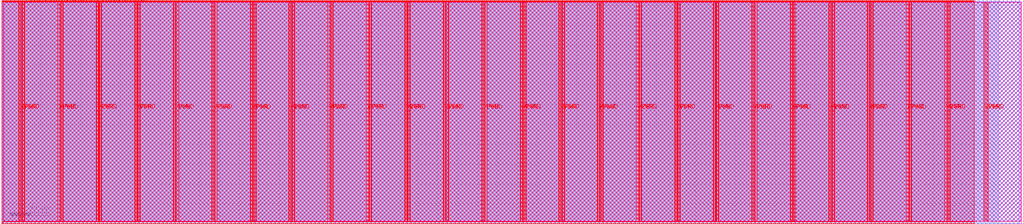
<source format=lef>
VERSION 5.7 ;
  NOWIREEXTENSIONATPIN ON ;
  DIVIDERCHAR "/" ;
  BUSBITCHARS "[]" ;
MACRO tt_um_kianv_rv32_regfile
  CLASS BLOCK ;
  FOREIGN tt_um_kianv_rv32_regfile ;
  ORIGIN 0.000 0.000 ;
  SIZE 1030.400 BY 225.760 ;
  PIN VGND
    DIRECTION INOUT ;
    USE GROUND ;
    PORT
      LAYER met4 ;
        RECT 21.580 2.480 23.180 223.280 ;
    END
    PORT
      LAYER met4 ;
        RECT 60.450 2.480 62.050 223.280 ;
    END
    PORT
      LAYER met4 ;
        RECT 99.320 2.480 100.920 223.280 ;
    END
    PORT
      LAYER met4 ;
        RECT 138.190 2.480 139.790 223.280 ;
    END
    PORT
      LAYER met4 ;
        RECT 177.060 2.480 178.660 223.280 ;
    END
    PORT
      LAYER met4 ;
        RECT 215.930 2.480 217.530 223.280 ;
    END
    PORT
      LAYER met4 ;
        RECT 254.800 2.480 256.400 223.280 ;
    END
    PORT
      LAYER met4 ;
        RECT 293.670 2.480 295.270 223.280 ;
    END
    PORT
      LAYER met4 ;
        RECT 332.540 2.480 334.140 223.280 ;
    END
    PORT
      LAYER met4 ;
        RECT 371.410 2.480 373.010 223.280 ;
    END
    PORT
      LAYER met4 ;
        RECT 410.280 2.480 411.880 223.280 ;
    END
    PORT
      LAYER met4 ;
        RECT 449.150 2.480 450.750 223.280 ;
    END
    PORT
      LAYER met4 ;
        RECT 488.020 2.480 489.620 223.280 ;
    END
    PORT
      LAYER met4 ;
        RECT 526.890 2.480 528.490 223.280 ;
    END
    PORT
      LAYER met4 ;
        RECT 565.760 2.480 567.360 223.280 ;
    END
    PORT
      LAYER met4 ;
        RECT 604.630 2.480 606.230 223.280 ;
    END
    PORT
      LAYER met4 ;
        RECT 643.500 2.480 645.100 223.280 ;
    END
    PORT
      LAYER met4 ;
        RECT 682.370 2.480 683.970 223.280 ;
    END
    PORT
      LAYER met4 ;
        RECT 721.240 2.480 722.840 223.280 ;
    END
    PORT
      LAYER met4 ;
        RECT 760.110 2.480 761.710 223.280 ;
    END
    PORT
      LAYER met4 ;
        RECT 798.980 2.480 800.580 223.280 ;
    END
    PORT
      LAYER met4 ;
        RECT 837.850 2.480 839.450 223.280 ;
    END
    PORT
      LAYER met4 ;
        RECT 876.720 2.480 878.320 223.280 ;
    END
    PORT
      LAYER met4 ;
        RECT 915.590 2.480 917.190 223.280 ;
    END
    PORT
      LAYER met4 ;
        RECT 954.460 2.480 956.060 223.280 ;
    END
    PORT
      LAYER met4 ;
        RECT 993.330 2.480 994.930 223.280 ;
    END
  END VGND
  PIN VPWR
    DIRECTION INOUT ;
    USE POWER ;
    PORT
      LAYER met4 ;
        RECT 18.280 2.480 19.880 223.280 ;
    END
    PORT
      LAYER met4 ;
        RECT 57.150 2.480 58.750 223.280 ;
    END
    PORT
      LAYER met4 ;
        RECT 96.020 2.480 97.620 223.280 ;
    END
    PORT
      LAYER met4 ;
        RECT 134.890 2.480 136.490 223.280 ;
    END
    PORT
      LAYER met4 ;
        RECT 173.760 2.480 175.360 223.280 ;
    END
    PORT
      LAYER met4 ;
        RECT 212.630 2.480 214.230 223.280 ;
    END
    PORT
      LAYER met4 ;
        RECT 251.500 2.480 253.100 223.280 ;
    END
    PORT
      LAYER met4 ;
        RECT 290.370 2.480 291.970 223.280 ;
    END
    PORT
      LAYER met4 ;
        RECT 329.240 2.480 330.840 223.280 ;
    END
    PORT
      LAYER met4 ;
        RECT 368.110 2.480 369.710 223.280 ;
    END
    PORT
      LAYER met4 ;
        RECT 406.980 2.480 408.580 223.280 ;
    END
    PORT
      LAYER met4 ;
        RECT 445.850 2.480 447.450 223.280 ;
    END
    PORT
      LAYER met4 ;
        RECT 484.720 2.480 486.320 223.280 ;
    END
    PORT
      LAYER met4 ;
        RECT 523.590 2.480 525.190 223.280 ;
    END
    PORT
      LAYER met4 ;
        RECT 562.460 2.480 564.060 223.280 ;
    END
    PORT
      LAYER met4 ;
        RECT 601.330 2.480 602.930 223.280 ;
    END
    PORT
      LAYER met4 ;
        RECT 640.200 2.480 641.800 223.280 ;
    END
    PORT
      LAYER met4 ;
        RECT 679.070 2.480 680.670 223.280 ;
    END
    PORT
      LAYER met4 ;
        RECT 717.940 2.480 719.540 223.280 ;
    END
    PORT
      LAYER met4 ;
        RECT 756.810 2.480 758.410 223.280 ;
    END
    PORT
      LAYER met4 ;
        RECT 795.680 2.480 797.280 223.280 ;
    END
    PORT
      LAYER met4 ;
        RECT 834.550 2.480 836.150 223.280 ;
    END
    PORT
      LAYER met4 ;
        RECT 873.420 2.480 875.020 223.280 ;
    END
    PORT
      LAYER met4 ;
        RECT 912.290 2.480 913.890 223.280 ;
    END
    PORT
      LAYER met4 ;
        RECT 951.160 2.480 952.760 223.280 ;
    END
    PORT
      LAYER met4 ;
        RECT 990.030 2.480 991.630 223.280 ;
    END
  END VPWR
  PIN clk
    DIRECTION INPUT ;
    USE SIGNAL ;
    ANTENNAGATEAREA 1.286700 ;
    ANTENNADIFFAREA 0.434700 ;
    PORT
      LAYER met4 ;
        RECT 143.830 224.760 144.130 225.760 ;
    END
  END clk
  PIN ena
    DIRECTION INPUT ;
    USE SIGNAL ;
    PORT
      LAYER met4 ;
        RECT 146.590 224.760 146.890 225.760 ;
    END
  END ena
  PIN rst_n
    DIRECTION INPUT ;
    USE SIGNAL ;
    ANTENNAGATEAREA 0.159000 ;
    PORT
      LAYER met4 ;
        RECT 141.070 224.760 141.370 225.760 ;
    END
  END rst_n
  PIN ui_in[0]
    DIRECTION INPUT ;
    USE SIGNAL ;
    ANTENNAGATEAREA 0.213000 ;
    PORT
      LAYER met4 ;
        RECT 138.310 224.760 138.610 225.760 ;
    END
  END ui_in[0]
  PIN ui_in[1]
    DIRECTION INPUT ;
    USE SIGNAL ;
    ANTENNAGATEAREA 0.213000 ;
    PORT
      LAYER met4 ;
        RECT 135.550 224.760 135.850 225.760 ;
    END
  END ui_in[1]
  PIN ui_in[2]
    DIRECTION INPUT ;
    USE SIGNAL ;
    ANTENNAGATEAREA 0.213000 ;
    PORT
      LAYER met4 ;
        RECT 132.790 224.760 133.090 225.760 ;
    END
  END ui_in[2]
  PIN ui_in[3]
    DIRECTION INPUT ;
    USE SIGNAL ;
    ANTENNAGATEAREA 0.426000 ;
    PORT
      LAYER met4 ;
        RECT 130.030 224.760 130.330 225.760 ;
    END
  END ui_in[3]
  PIN ui_in[4]
    DIRECTION INPUT ;
    USE SIGNAL ;
    ANTENNAGATEAREA 0.213000 ;
    PORT
      LAYER met4 ;
        RECT 127.270 224.760 127.570 225.760 ;
    END
  END ui_in[4]
  PIN ui_in[5]
    DIRECTION INPUT ;
    USE SIGNAL ;
    ANTENNAGATEAREA 0.213000 ;
    PORT
      LAYER met4 ;
        RECT 124.510 224.760 124.810 225.760 ;
    END
  END ui_in[5]
  PIN ui_in[6]
    DIRECTION INPUT ;
    USE SIGNAL ;
    ANTENNAGATEAREA 0.213000 ;
    PORT
      LAYER met4 ;
        RECT 121.750 224.760 122.050 225.760 ;
    END
  END ui_in[6]
  PIN ui_in[7]
    DIRECTION INPUT ;
    USE SIGNAL ;
    ANTENNAGATEAREA 0.213000 ;
    PORT
      LAYER met4 ;
        RECT 118.990 224.760 119.290 225.760 ;
    END
  END ui_in[7]
  PIN uio_in[0]
    DIRECTION INPUT ;
    USE SIGNAL ;
    PORT
      LAYER met4 ;
        RECT 116.230 224.760 116.530 225.760 ;
    END
  END uio_in[0]
  PIN uio_in[1]
    DIRECTION INPUT ;
    USE SIGNAL ;
    ANTENNAGATEAREA 0.159000 ;
    PORT
      LAYER met4 ;
        RECT 113.470 224.760 113.770 225.760 ;
    END
  END uio_in[1]
  PIN uio_in[2]
    DIRECTION INPUT ;
    USE SIGNAL ;
    ANTENNAGATEAREA 0.159000 ;
    PORT
      LAYER met4 ;
        RECT 110.710 224.760 111.010 225.760 ;
    END
  END uio_in[2]
  PIN uio_in[3]
    DIRECTION INPUT ;
    USE SIGNAL ;
    PORT
      LAYER met4 ;
        RECT 107.950 224.760 108.250 225.760 ;
    END
  END uio_in[3]
  PIN uio_in[4]
    DIRECTION INPUT ;
    USE SIGNAL ;
    ANTENNAGATEAREA 0.159000 ;
    PORT
      LAYER met4 ;
        RECT 105.190 224.760 105.490 225.760 ;
    END
  END uio_in[4]
  PIN uio_in[5]
    DIRECTION INPUT ;
    USE SIGNAL ;
    ANTENNAGATEAREA 0.159000 ;
    PORT
      LAYER met4 ;
        RECT 102.430 224.760 102.730 225.760 ;
    END
  END uio_in[5]
  PIN uio_in[6]
    DIRECTION INPUT ;
    USE SIGNAL ;
    PORT
      LAYER met4 ;
        RECT 99.670 224.760 99.970 225.760 ;
    END
  END uio_in[6]
  PIN uio_in[7]
    DIRECTION INPUT ;
    USE SIGNAL ;
    PORT
      LAYER met4 ;
        RECT 96.910 224.760 97.210 225.760 ;
    END
  END uio_in[7]
  PIN uio_oe[0]
    DIRECTION OUTPUT ;
    USE SIGNAL ;
    PORT
      LAYER met4 ;
        RECT 49.990 224.760 50.290 225.760 ;
    END
  END uio_oe[0]
  PIN uio_oe[1]
    DIRECTION OUTPUT ;
    USE SIGNAL ;
    ANTENNAGATEAREA 0.247500 ;
    ANTENNADIFFAREA 0.445500 ;
    PORT
      LAYER met4 ;
        RECT 47.230 224.760 47.530 225.760 ;
    END
  END uio_oe[1]
  PIN uio_oe[2]
    DIRECTION OUTPUT ;
    USE SIGNAL ;
    ANTENNADIFFAREA 0.445500 ;
    PORT
      LAYER met4 ;
        RECT 44.470 224.760 44.770 225.760 ;
    END
  END uio_oe[2]
  PIN uio_oe[3]
    DIRECTION OUTPUT ;
    USE SIGNAL ;
    PORT
      LAYER met4 ;
        RECT 41.710 224.760 42.010 225.760 ;
    END
  END uio_oe[3]
  PIN uio_oe[4]
    DIRECTION OUTPUT ;
    USE SIGNAL ;
    ANTENNADIFFAREA 0.445500 ;
    PORT
      LAYER met4 ;
        RECT 38.950 224.760 39.250 225.760 ;
    END
  END uio_oe[4]
  PIN uio_oe[5]
    DIRECTION OUTPUT ;
    USE SIGNAL ;
    ANTENNAGATEAREA 0.565500 ;
    ANTENNADIFFAREA 0.891000 ;
    PORT
      LAYER met4 ;
        RECT 36.190 224.760 36.490 225.760 ;
    END
  END uio_oe[5]
  PIN uio_oe[6]
    DIRECTION OUTPUT ;
    USE SIGNAL ;
    PORT
      LAYER met4 ;
        RECT 33.430 224.760 33.730 225.760 ;
    END
  END uio_oe[6]
  PIN uio_oe[7]
    DIRECTION OUTPUT ;
    USE SIGNAL ;
    PORT
      LAYER met4 ;
        RECT 30.670 224.760 30.970 225.760 ;
    END
  END uio_oe[7]
  PIN uio_out[0]
    DIRECTION OUTPUT ;
    USE SIGNAL ;
    ANTENNAGATEAREA 0.495000 ;
    ANTENNADIFFAREA 0.891000 ;
    PORT
      LAYER met4 ;
        RECT 72.070 224.760 72.370 225.760 ;
    END
  END uio_out[0]
  PIN uio_out[1]
    DIRECTION OUTPUT ;
    USE SIGNAL ;
    ANTENNADIFFAREA 0.445500 ;
    PORT
      LAYER met4 ;
        RECT 69.310 224.760 69.610 225.760 ;
    END
  END uio_out[1]
  PIN uio_out[2]
    DIRECTION OUTPUT ;
    USE SIGNAL ;
    ANTENNADIFFAREA 0.445500 ;
    PORT
      LAYER met4 ;
        RECT 66.550 224.760 66.850 225.760 ;
    END
  END uio_out[2]
  PIN uio_out[3]
    DIRECTION OUTPUT ;
    USE SIGNAL ;
    ANTENNADIFFAREA 0.445500 ;
    PORT
      LAYER met4 ;
        RECT 63.790 224.760 64.090 225.760 ;
    END
  END uio_out[3]
  PIN uio_out[4]
    DIRECTION OUTPUT ;
    USE SIGNAL ;
    ANTENNADIFFAREA 0.445500 ;
    PORT
      LAYER met4 ;
        RECT 61.030 224.760 61.330 225.760 ;
    END
  END uio_out[4]
  PIN uio_out[5]
    DIRECTION OUTPUT ;
    USE SIGNAL ;
    ANTENNADIFFAREA 0.445500 ;
    PORT
      LAYER met4 ;
        RECT 58.270 224.760 58.570 225.760 ;
    END
  END uio_out[5]
  PIN uio_out[6]
    DIRECTION OUTPUT ;
    USE SIGNAL ;
    ANTENNAGATEAREA 0.247500 ;
    ANTENNADIFFAREA 0.445500 ;
    PORT
      LAYER met4 ;
        RECT 55.510 224.760 55.810 225.760 ;
    END
  END uio_out[6]
  PIN uio_out[7]
    DIRECTION OUTPUT ;
    USE SIGNAL ;
    ANTENNAGATEAREA 0.247500 ;
    ANTENNADIFFAREA 0.445500 ;
    PORT
      LAYER met4 ;
        RECT 52.750 224.760 53.050 225.760 ;
    END
  END uio_out[7]
  PIN uo_out[0]
    DIRECTION OUTPUT ;
    USE SIGNAL ;
    ANTENNADIFFAREA 1.782000 ;
    PORT
      LAYER met4 ;
        RECT 94.150 224.760 94.450 225.760 ;
    END
  END uo_out[0]
  PIN uo_out[1]
    DIRECTION OUTPUT ;
    USE SIGNAL ;
    ANTENNADIFFAREA 1.782000 ;
    PORT
      LAYER met4 ;
        RECT 91.390 224.760 91.690 225.760 ;
    END
  END uo_out[1]
  PIN uo_out[2]
    DIRECTION OUTPUT ;
    USE SIGNAL ;
    ANTENNADIFFAREA 1.782000 ;
    PORT
      LAYER met4 ;
        RECT 88.630 224.760 88.930 225.760 ;
    END
  END uo_out[2]
  PIN uo_out[3]
    DIRECTION OUTPUT ;
    USE SIGNAL ;
    ANTENNADIFFAREA 1.782000 ;
    PORT
      LAYER met4 ;
        RECT 85.870 224.760 86.170 225.760 ;
    END
  END uo_out[3]
  PIN uo_out[4]
    DIRECTION OUTPUT ;
    USE SIGNAL ;
    ANTENNADIFFAREA 1.782000 ;
    PORT
      LAYER met4 ;
        RECT 83.110 224.760 83.410 225.760 ;
    END
  END uo_out[4]
  PIN uo_out[5]
    DIRECTION OUTPUT ;
    USE SIGNAL ;
    ANTENNADIFFAREA 1.782000 ;
    PORT
      LAYER met4 ;
        RECT 80.350 224.760 80.650 225.760 ;
    END
  END uo_out[5]
  PIN uo_out[6]
    DIRECTION OUTPUT ;
    USE SIGNAL ;
    ANTENNADIFFAREA 1.782000 ;
    PORT
      LAYER met4 ;
        RECT 77.590 224.760 77.890 225.760 ;
    END
  END uo_out[6]
  PIN uo_out[7]
    DIRECTION OUTPUT ;
    USE SIGNAL ;
    ANTENNADIFFAREA 1.782000 ;
    PORT
      LAYER met4 ;
        RECT 74.830 224.760 75.130 225.760 ;
    END
  END uo_out[7]
  OBS
      LAYER nwell ;
        RECT 2.570 2.635 1027.830 223.230 ;
      LAYER li1 ;
        RECT 2.760 2.635 1027.640 223.125 ;
      LAYER met1 ;
        RECT 2.760 0.040 1027.940 223.680 ;
      LAYER met2 ;
        RECT 1.930 0.010 1026.160 225.605 ;
      LAYER met3 ;
        RECT 1.680 0.175 1005.495 225.585 ;
      LAYER met4 ;
        RECT 1.230 224.360 30.270 224.905 ;
        RECT 31.370 224.360 33.030 224.905 ;
        RECT 34.130 224.360 35.790 224.905 ;
        RECT 36.890 224.360 38.550 224.905 ;
        RECT 39.650 224.360 41.310 224.905 ;
        RECT 42.410 224.360 44.070 224.905 ;
        RECT 45.170 224.360 46.830 224.905 ;
        RECT 47.930 224.360 49.590 224.905 ;
        RECT 50.690 224.360 52.350 224.905 ;
        RECT 53.450 224.360 55.110 224.905 ;
        RECT 56.210 224.360 57.870 224.905 ;
        RECT 58.970 224.360 60.630 224.905 ;
        RECT 61.730 224.360 63.390 224.905 ;
        RECT 64.490 224.360 66.150 224.905 ;
        RECT 67.250 224.360 68.910 224.905 ;
        RECT 70.010 224.360 71.670 224.905 ;
        RECT 72.770 224.360 74.430 224.905 ;
        RECT 75.530 224.360 77.190 224.905 ;
        RECT 78.290 224.360 79.950 224.905 ;
        RECT 81.050 224.360 82.710 224.905 ;
        RECT 83.810 224.360 85.470 224.905 ;
        RECT 86.570 224.360 88.230 224.905 ;
        RECT 89.330 224.360 90.990 224.905 ;
        RECT 92.090 224.360 93.750 224.905 ;
        RECT 94.850 224.360 96.510 224.905 ;
        RECT 97.610 224.360 99.270 224.905 ;
        RECT 100.370 224.360 102.030 224.905 ;
        RECT 103.130 224.360 104.790 224.905 ;
        RECT 105.890 224.360 107.550 224.905 ;
        RECT 108.650 224.360 110.310 224.905 ;
        RECT 111.410 224.360 113.070 224.905 ;
        RECT 114.170 224.360 115.830 224.905 ;
        RECT 116.930 224.360 118.590 224.905 ;
        RECT 119.690 224.360 121.350 224.905 ;
        RECT 122.450 224.360 124.110 224.905 ;
        RECT 125.210 224.360 126.870 224.905 ;
        RECT 127.970 224.360 129.630 224.905 ;
        RECT 130.730 224.360 132.390 224.905 ;
        RECT 133.490 224.360 135.150 224.905 ;
        RECT 136.250 224.360 137.910 224.905 ;
        RECT 139.010 224.360 140.670 224.905 ;
        RECT 141.770 224.360 143.430 224.905 ;
        RECT 144.530 224.360 146.190 224.905 ;
        RECT 147.290 224.360 980.425 224.905 ;
        RECT 1.230 223.680 980.425 224.360 ;
        RECT 1.230 2.080 17.880 223.680 ;
        RECT 20.280 2.080 21.180 223.680 ;
        RECT 23.580 2.080 56.750 223.680 ;
        RECT 59.150 2.080 60.050 223.680 ;
        RECT 62.450 2.080 95.620 223.680 ;
        RECT 98.020 2.080 98.920 223.680 ;
        RECT 101.320 2.080 134.490 223.680 ;
        RECT 136.890 2.080 137.790 223.680 ;
        RECT 140.190 2.080 173.360 223.680 ;
        RECT 175.760 2.080 176.660 223.680 ;
        RECT 179.060 2.080 212.230 223.680 ;
        RECT 214.630 2.080 215.530 223.680 ;
        RECT 217.930 2.080 251.100 223.680 ;
        RECT 253.500 2.080 254.400 223.680 ;
        RECT 256.800 2.080 289.970 223.680 ;
        RECT 292.370 2.080 293.270 223.680 ;
        RECT 295.670 2.080 328.840 223.680 ;
        RECT 331.240 2.080 332.140 223.680 ;
        RECT 334.540 2.080 367.710 223.680 ;
        RECT 370.110 2.080 371.010 223.680 ;
        RECT 373.410 2.080 406.580 223.680 ;
        RECT 408.980 2.080 409.880 223.680 ;
        RECT 412.280 2.080 445.450 223.680 ;
        RECT 447.850 2.080 448.750 223.680 ;
        RECT 451.150 2.080 484.320 223.680 ;
        RECT 486.720 2.080 487.620 223.680 ;
        RECT 490.020 2.080 523.190 223.680 ;
        RECT 525.590 2.080 526.490 223.680 ;
        RECT 528.890 2.080 562.060 223.680 ;
        RECT 564.460 2.080 565.360 223.680 ;
        RECT 567.760 2.080 600.930 223.680 ;
        RECT 603.330 2.080 604.230 223.680 ;
        RECT 606.630 2.080 639.800 223.680 ;
        RECT 642.200 2.080 643.100 223.680 ;
        RECT 645.500 2.080 678.670 223.680 ;
        RECT 681.070 2.080 681.970 223.680 ;
        RECT 684.370 2.080 717.540 223.680 ;
        RECT 719.940 2.080 720.840 223.680 ;
        RECT 723.240 2.080 756.410 223.680 ;
        RECT 758.810 2.080 759.710 223.680 ;
        RECT 762.110 2.080 795.280 223.680 ;
        RECT 797.680 2.080 798.580 223.680 ;
        RECT 800.980 2.080 834.150 223.680 ;
        RECT 836.550 2.080 837.450 223.680 ;
        RECT 839.850 2.080 873.020 223.680 ;
        RECT 875.420 2.080 876.320 223.680 ;
        RECT 878.720 2.080 911.890 223.680 ;
        RECT 914.290 2.080 915.190 223.680 ;
        RECT 917.590 2.080 950.760 223.680 ;
        RECT 953.160 2.080 954.060 223.680 ;
        RECT 956.460 2.080 980.425 223.680 ;
        RECT 1.230 0.175 980.425 2.080 ;
  END
END tt_um_kianv_rv32_regfile
END LIBRARY


</source>
